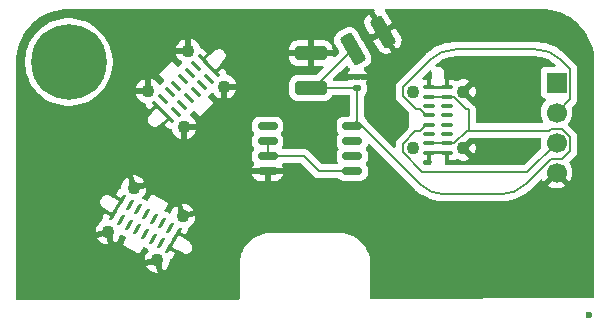
<source format=gbr>
%TF.GenerationSoftware,KiCad,Pcbnew,9.0.6*%
%TF.CreationDate,2025-11-26T03:54:16+08:00*%
%TF.ProjectId,gerber,67657262-6572-42e6-9b69-6361645f7063,rev?*%
%TF.SameCoordinates,Original*%
%TF.FileFunction,Copper,L1,Top*%
%TF.FilePolarity,Positive*%
%FSLAX46Y46*%
G04 Gerber Fmt 4.6, Leading zero omitted, Abs format (unit mm)*
G04 Created by KiCad (PCBNEW 9.0.6) date 2025-11-26 03:54:16*
%MOMM*%
%LPD*%
G01*
G04 APERTURE LIST*
G04 Aperture macros list*
%AMRoundRect*
0 Rectangle with rounded corners*
0 $1 Rounding radius*
0 $2 $3 $4 $5 $6 $7 $8 $9 X,Y pos of 4 corners*
0 Add a 4 corners polygon primitive as box body*
4,1,4,$2,$3,$4,$5,$6,$7,$8,$9,$2,$3,0*
0 Add four circle primitives for the rounded corners*
1,1,$1+$1,$2,$3*
1,1,$1+$1,$4,$5*
1,1,$1+$1,$6,$7*
1,1,$1+$1,$8,$9*
0 Add four rect primitives between the rounded corners*
20,1,$1+$1,$2,$3,$4,$5,0*
20,1,$1+$1,$4,$5,$6,$7,0*
20,1,$1+$1,$6,$7,$8,$9,0*
20,1,$1+$1,$8,$9,$2,$3,0*%
G04 Aperture macros list end*
%TA.AperFunction,ComponentPad*%
%ADD10R,1.700000X1.700000*%
%TD*%
%TA.AperFunction,ComponentPad*%
%ADD11C,1.700000*%
%TD*%
%TA.AperFunction,SMDPad,CuDef*%
%ADD12RoundRect,0.162500X-0.650000X-0.162500X0.650000X-0.162500X0.650000X0.162500X-0.650000X0.162500X0*%
%TD*%
%TA.AperFunction,SMDPad,CuDef*%
%ADD13RoundRect,0.250000X1.100000X-0.325000X1.100000X0.325000X-1.100000X0.325000X-1.100000X-0.325000X0*%
%TD*%
%TA.AperFunction,SMDPad,CuDef*%
%ADD14RoundRect,0.075000X0.425000X-0.075000X0.425000X0.075000X-0.425000X0.075000X-0.425000X-0.075000X0*%
%TD*%
%TA.AperFunction,HeatsinkPad*%
%ADD15C,1.100000*%
%TD*%
%TA.AperFunction,SMDPad,CuDef*%
%ADD16RoundRect,0.250000X0.268542X-1.115128X0.831458X-0.790128X-0.268542X1.115128X-0.831458X0.790128X0*%
%TD*%
%TA.AperFunction,SMDPad,CuDef*%
%ADD17RoundRect,0.075000X0.247487X-0.353553X0.353553X-0.247487X-0.247487X0.353553X-0.353553X0.247487X0*%
%TD*%
%TA.AperFunction,SMDPad,CuDef*%
%ADD18RoundRect,0.075000X-0.277452X-0.330561X-0.147548X-0.405561X0.277452X0.330561X0.147548X0.405561X0*%
%TD*%
%TA.AperFunction,SMDPad,CuDef*%
%ADD19RoundRect,0.140000X0.170000X-0.140000X0.170000X0.140000X-0.170000X0.140000X-0.170000X-0.140000X0*%
%TD*%
%TA.AperFunction,ComponentPad*%
%ADD20C,6.400000*%
%TD*%
%TA.AperFunction,ViaPad*%
%ADD21C,0.600000*%
%TD*%
%TA.AperFunction,Conductor*%
%ADD22C,0.200000*%
%TD*%
G04 APERTURE END LIST*
D10*
%TO.P,J2,1,Pin_1*%
%TO.N,unconnected-(J2-Pin_1-Pad1)*%
X146289340Y-106736194D03*
D11*
%TO.P,J2,2,Pin_2*%
%TO.N,Net-(J2-Pin_2)*%
X146289340Y-109276194D03*
%TO.P,J2,3,Pin_3*%
%TO.N,Net-(J2-Pin_3)*%
X146289340Y-111816194D03*
%TO.P,J2,4,Pin_4*%
%TO.N,GND*%
X146289340Y-114356194D03*
%TD*%
D12*
%TO.P,U1,1,~{CS}*%
%TO.N,unconnected-(U1-~{CS}-Pad1)*%
X121824340Y-110436194D03*
%TO.P,U1,2,DO/IO_{1}*%
%TO.N,Net-(U1-DI{slash}IO_{0})*%
X121824340Y-111706194D03*
%TO.P,U1,3,~{WP}/IO_{2}*%
X121824340Y-112976194D03*
%TO.P,U1,4,GND*%
%TO.N,GND*%
X121824340Y-114246194D03*
%TO.P,U1,5,DI/IO_{0}*%
%TO.N,Net-(U1-DI{slash}IO_{0})*%
X128999340Y-114246194D03*
%TO.P,U1,6,CLK*%
%TO.N,unconnected-(U1-CLK-Pad6)*%
X128999340Y-112976194D03*
%TO.P,U1,7,~{HOLD}/~{RESET}/IO_{3}*%
%TO.N,unconnected-(U1-~{HOLD}{slash}~{RESET}{slash}IO_{3}-Pad7)*%
X128999340Y-111706194D03*
%TO.P,U1,8,VCC*%
%TO.N,/V*%
X128999340Y-110436194D03*
%TD*%
D13*
%TO.P,C2,1*%
%TO.N,/V*%
X125479340Y-107196194D03*
%TO.P,C2,2*%
%TO.N,GND*%
X125479340Y-104246194D03*
%TD*%
D14*
%TO.P,J1,A1,GND*%
%TO.N,GND*%
X135499340Y-112676194D03*
%TO.P,J1,A4,VBUS*%
%TO.N,/V*%
X135499340Y-111886194D03*
%TO.P,J1,A5,CC1*%
%TO.N,unconnected-(J1-CC1-PadA5)*%
X135499340Y-111096194D03*
%TO.P,J1,A6,D+*%
%TO.N,Net-(J2-Pin_3)*%
X135499340Y-110306194D03*
%TO.P,J1,A7,D-*%
%TO.N,Net-(J2-Pin_2)*%
X135499340Y-109516194D03*
%TO.P,J1,A8,SBU1*%
%TO.N,unconnected-(J1-SBU1-PadA8)*%
X135499340Y-108726194D03*
%TO.P,J1,A9,VBUS*%
%TO.N,/V*%
X135499340Y-107936194D03*
%TO.P,J1,A12,GND*%
%TO.N,GND*%
X135499340Y-107146194D03*
%TO.P,J1,B1,GND*%
X137019340Y-107146194D03*
%TO.P,J1,B4,VBUS*%
%TO.N,/V*%
X137019340Y-107936194D03*
%TO.P,J1,B5,CC2*%
%TO.N,unconnected-(J1-CC2-PadB5)*%
X137019340Y-108726194D03*
%TO.P,J1,B6,D+*%
%TO.N,unconnected-(J1-D+-PadB6)*%
X137019340Y-109516194D03*
%TO.P,J1,B7,D-*%
%TO.N,unconnected-(J1-D--PadB7)*%
X137019340Y-110306194D03*
%TO.P,J1,B8,SBU2*%
%TO.N,unconnected-(J1-SBU2-PadB8)*%
X137019340Y-111096194D03*
%TO.P,J1,B9,VBUS*%
%TO.N,/V*%
X137019340Y-111886194D03*
%TO.P,J1,B12,GND*%
%TO.N,GND*%
X137019340Y-112676194D03*
D15*
%TO.P,J1,S1,SHIELD*%
X134109340Y-112296194D03*
X138409340Y-112296194D03*
X134109340Y-107496194D03*
X138409340Y-107496194D03*
%TD*%
D16*
%TO.P,C3,1*%
%TO.N,/V*%
X129030000Y-103900000D03*
%TO.P,C3,2*%
%TO.N,GND*%
X131584774Y-102425000D03*
%TD*%
D17*
%TO.P,J3,A1,GND*%
%TO.N,GND*%
X112425192Y-108680006D03*
%TO.P,J3,A4,VBUS*%
%TO.N,/V*%
X112983806Y-108121391D03*
%TO.P,J3,A5,CC1*%
%TO.N,unconnected-(J3-CC1-PadA5)*%
X113542421Y-107562777D03*
%TO.P,J3,A6,D+*%
%TO.N,unconnected-(J3-D+-PadA6)*%
X114101035Y-107004163D03*
%TO.P,J3,A7,D-*%
%TO.N,unconnected-(J3-D--PadA7)*%
X114659649Y-106445548D03*
%TO.P,J3,A8,SBU1*%
%TO.N,unconnected-(J3-SBU1-PadA8)*%
X115218264Y-105886934D03*
%TO.P,J3,A9,VBUS*%
%TO.N,/V*%
X115776878Y-105328320D03*
%TO.P,J3,A12,GND*%
%TO.N,GND*%
X116335492Y-104769705D03*
%TO.P,J3,B1,GND*%
X117410295Y-105844508D03*
%TO.P,J3,B4,VBUS*%
%TO.N,/V*%
X116851680Y-106403122D03*
%TO.P,J3,B5,CC2*%
%TO.N,unconnected-(J3-CC2-PadB5)*%
X116293066Y-106961736D03*
%TO.P,J3,B6,D+*%
%TO.N,unconnected-(J3-D+-PadB6)*%
X115734452Y-107520351D03*
%TO.P,J3,B7,D-*%
%TO.N,unconnected-(J3-D--PadB7)*%
X115175837Y-108078965D03*
%TO.P,J3,B8,SBU2*%
%TO.N,unconnected-(J3-SBU2-PadB8)*%
X114617223Y-108637579D03*
%TO.P,J3,B9,VBUS*%
%TO.N,/V*%
X114058609Y-109196194D03*
%TO.P,J3,B12,GND*%
%TO.N,GND*%
X113499994Y-109754808D03*
D15*
%TO.P,J3,S1,SHIELD*%
X111711014Y-107428427D03*
X114751573Y-110468986D03*
X115105127Y-104034314D03*
X118145686Y-107074873D03*
%TD*%
D18*
%TO.P,J4,A1,GND*%
%TO.N,GND*%
X109459226Y-116669157D03*
%TO.P,J4,A4,VBUS*%
%TO.N,/V*%
X110143387Y-117064156D03*
%TO.P,J4,A5,CC1*%
%TO.N,unconnected-(J4-CC1-PadA5)*%
X110827547Y-117459157D03*
%TO.P,J4,A6,D+*%
%TO.N,unconnected-(J4-D+-PadA6)*%
X111511706Y-117854158D03*
%TO.P,J4,A7,D-*%
%TO.N,unconnected-(J4-D--PadA7)*%
X112195867Y-118249156D03*
%TO.P,J4,A8,SBU1*%
%TO.N,unconnected-(J4-SBU1-PadA8)*%
X112880027Y-118644157D03*
%TO.P,J4,A9,VBUS*%
%TO.N,/V*%
X113564185Y-119039157D03*
%TO.P,J4,A12,GND*%
%TO.N,GND*%
X114248347Y-119434156D03*
%TO.P,J4,B1,GND*%
X113488346Y-120750516D03*
%TO.P,J4,B4,VBUS*%
%TO.N,/V*%
X112804187Y-120355515D03*
%TO.P,J4,B5,CC2*%
%TO.N,unconnected-(J4-CC2-PadB5)*%
X112120027Y-119960515D03*
%TO.P,J4,B6,D+*%
%TO.N,unconnected-(J4-D+-PadB6)*%
X111435866Y-119565516D03*
%TO.P,J4,B7,D-*%
%TO.N,unconnected-(J4-D--PadB7)*%
X110751706Y-119170515D03*
%TO.P,J4,B8,SBU2*%
%TO.N,unconnected-(J4-SBU2-PadB8)*%
X110067547Y-118775514D03*
%TO.P,J4,B9,VBUS*%
%TO.N,/V*%
X109383386Y-118380516D03*
%TO.P,J4,B12,GND*%
%TO.N,GND*%
X108699226Y-117985515D03*
D15*
%TO.P,J4,S1,SHIELD*%
X110483316Y-115655381D03*
X108333317Y-119379290D03*
X114640237Y-118055382D03*
X112490238Y-121779291D03*
%TD*%
D19*
%TO.P,C1,1*%
%TO.N,/V*%
X129429340Y-107236194D03*
%TO.P,C1,2*%
%TO.N,GND*%
X129429340Y-106276194D03*
%TD*%
D20*
%TO.P,H2,1,1*%
%TO.N,unconnected-(H2-Pad1)*%
X105000000Y-105000000D03*
%TD*%
D21*
%TO.N,*%
X149010000Y-126390000D03*
%TO.N,GND*%
X148980000Y-123810000D03*
%TD*%
D22*
%TO.N,Net-(J2-Pin_2)*%
X134698340Y-108959018D02*
X135255516Y-109516194D01*
X146289340Y-109276194D02*
X147440340Y-108125194D01*
X135597164Y-104804874D02*
X133258340Y-107143698D01*
X144538699Y-103926194D02*
X137718485Y-103926194D01*
X147440340Y-105585194D02*
X146660019Y-104804873D01*
X133258340Y-107143698D02*
X133258340Y-107848690D01*
X134368668Y-108959018D02*
X134698340Y-108959018D01*
X133258340Y-107848690D02*
X134368668Y-108959018D01*
X147440340Y-108125194D02*
X147440340Y-105585194D01*
X135255516Y-109516194D02*
X135499340Y-109516194D01*
X135597164Y-104804874D02*
G75*
G02*
X137718485Y-103926185I2121336J-2121326D01*
G01*
X144538699Y-103926194D02*
G75*
G02*
X146660021Y-104804871I1J-3000006D01*
G01*
%TO.N,Net-(J2-Pin_3)*%
X146289340Y-111816194D02*
X143778340Y-114327194D01*
X134936844Y-114327194D02*
X133258340Y-112648690D01*
X134698340Y-110863370D02*
X135255516Y-110306194D01*
X133258340Y-112648690D02*
X133258340Y-111943698D01*
X133258340Y-111943698D02*
X134338668Y-110863370D01*
X143778340Y-114327194D02*
X134936844Y-114327194D01*
X134338668Y-110863370D02*
X134698340Y-110863370D01*
X135255516Y-110306194D02*
X135499340Y-110306194D01*
%TO.N,/V*%
X135499340Y-107936194D02*
X136618340Y-107936194D01*
X146766100Y-110665194D02*
X147440340Y-111339434D01*
X138860340Y-109054358D02*
X138860340Y-110738030D01*
X138704844Y-110797194D02*
X145680580Y-110797194D01*
X137599340Y-107936194D02*
X138658340Y-108995194D01*
X129030000Y-103900000D02*
X125733806Y-107196194D01*
X146766100Y-113205194D02*
X145812580Y-113205194D01*
X129339340Y-107236194D02*
X129429340Y-107236194D01*
X129299340Y-107196194D02*
X129339340Y-107236194D01*
X136824480Y-116206194D02*
X141568939Y-116206194D01*
X125733806Y-107196194D02*
X125479340Y-107196194D01*
X137019340Y-111886194D02*
X135499340Y-111886194D01*
X138801176Y-108995194D02*
X138860340Y-109054358D01*
X137019340Y-111886194D02*
X137615844Y-111886194D01*
X138658340Y-108995194D02*
X138801176Y-108995194D01*
X145812580Y-113205194D02*
X143690259Y-115327515D01*
X128999340Y-110436194D02*
X129429340Y-110006194D01*
X134703159Y-115327514D02*
X129811839Y-110436194D01*
X138801176Y-110797194D02*
X138704844Y-110797194D01*
X147440340Y-112530954D02*
X146766100Y-113205194D01*
X147440340Y-111339434D02*
X147440340Y-112530954D01*
X145680580Y-110797194D02*
X145812580Y-110665194D01*
X138860340Y-110738030D02*
X138801176Y-110797194D01*
X137019340Y-107936194D02*
X137599340Y-107936194D01*
X145812580Y-110665194D02*
X146766100Y-110665194D01*
X137615844Y-111886194D02*
X138704844Y-110797194D01*
X129429340Y-110006194D02*
X129429340Y-107236194D01*
X129811839Y-110436194D02*
X128999340Y-110436194D01*
X125479340Y-107196194D02*
X129299340Y-107196194D01*
X134703159Y-115327514D02*
G75*
G03*
X136824480Y-116206210I2121341J2121314D01*
G01*
X143690259Y-115327515D02*
G75*
G02*
X141568939Y-116206224I-2121359J2121315D01*
G01*
%TO.N,Net-(U1-DI{slash}IO_{0})*%
X128999340Y-114246194D02*
X126209340Y-114246194D01*
X124939340Y-112976194D02*
X121824340Y-112976194D01*
X121824340Y-111706194D02*
X121824340Y-112976194D01*
X126209340Y-114246194D02*
X124939340Y-112976194D01*
%TD*%
%TA.AperFunction,Conductor*%
%TO.N,GND*%
G36*
X144910144Y-111417379D02*
G01*
X144955899Y-111470183D01*
X144965843Y-111539341D01*
X144965581Y-111541072D01*
X144938840Y-111709907D01*
X144938840Y-111922481D01*
X144950946Y-111998914D01*
X144972094Y-112132438D01*
X144972094Y-112132441D01*
X144985831Y-112174717D01*
X144987826Y-112244558D01*
X144955581Y-112300716D01*
X143565924Y-113690375D01*
X143504601Y-113723860D01*
X143478243Y-113726694D01*
X136963840Y-113726694D01*
X136896801Y-113707009D01*
X136851046Y-113654205D01*
X136841971Y-113625585D01*
X136839840Y-113614239D01*
X136839840Y-113569770D01*
X136811905Y-113465515D01*
X136811035Y-113460882D01*
X136814068Y-113430630D01*
X136814792Y-113400234D01*
X136817573Y-113395670D01*
X136818006Y-113391360D01*
X136827450Y-113379467D01*
X136845223Y-113350309D01*
X136869340Y-113326192D01*
X136869340Y-112826194D01*
X135649340Y-112826194D01*
X135649340Y-113326194D01*
X135673456Y-113350310D01*
X135706941Y-113411633D01*
X135705550Y-113470083D01*
X135678840Y-113569768D01*
X135678840Y-113602694D01*
X135659155Y-113669733D01*
X135606351Y-113715488D01*
X135554840Y-113726694D01*
X135236941Y-113726694D01*
X135207500Y-113718049D01*
X135177514Y-113711526D01*
X135172498Y-113707771D01*
X135169902Y-113707009D01*
X135149260Y-113690375D01*
X134996760Y-113537875D01*
X134963275Y-113476552D01*
X134968259Y-113406860D01*
X135010131Y-113350927D01*
X135075595Y-113326510D01*
X135084441Y-113326194D01*
X135349340Y-113326194D01*
X135349340Y-112800194D01*
X135351890Y-112791508D01*
X135350602Y-112782547D01*
X135361580Y-112758506D01*
X135369025Y-112733155D01*
X135375865Y-112727227D01*
X135379627Y-112718991D01*
X135401861Y-112704701D01*
X135421829Y-112687400D01*
X135432343Y-112685112D01*
X135438405Y-112681217D01*
X135473340Y-112676194D01*
X135499340Y-112676194D01*
X135499340Y-112660694D01*
X135519025Y-112593655D01*
X135571829Y-112547900D01*
X135623340Y-112536694D01*
X135962053Y-112536694D01*
X135962060Y-112536694D01*
X136033757Y-112527254D01*
X136049941Y-112526194D01*
X136468739Y-112526194D01*
X136484922Y-112527254D01*
X136556620Y-112536694D01*
X136556627Y-112536694D01*
X136895340Y-112536694D01*
X136904025Y-112539244D01*
X136912987Y-112537956D01*
X136937027Y-112548934D01*
X136962379Y-112556379D01*
X136968306Y-112563219D01*
X136976543Y-112566981D01*
X136990832Y-112589215D01*
X137008134Y-112609183D01*
X137010421Y-112619697D01*
X137014317Y-112625759D01*
X137019340Y-112660694D01*
X137019340Y-112676194D01*
X137045340Y-112676194D01*
X137112379Y-112695879D01*
X137158134Y-112748683D01*
X137169340Y-112800194D01*
X137169340Y-113326194D01*
X137482023Y-113326194D01*
X137482037Y-113326193D01*
X137594444Y-113311393D01*
X137594448Y-113311392D01*
X137734319Y-113253457D01*
X137734322Y-113253455D01*
X137765161Y-113229791D01*
X137830329Y-113204595D01*
X137898774Y-113218632D01*
X137909536Y-113225061D01*
X137911974Y-113226689D01*
X137911979Y-113226692D01*
X138103065Y-113305843D01*
X138103073Y-113305845D01*
X138305919Y-113346193D01*
X138305923Y-113346194D01*
X138512757Y-113346194D01*
X138512760Y-113346193D01*
X138715606Y-113305845D01*
X138715614Y-113305843D01*
X138906706Y-113226689D01*
X138954406Y-113194815D01*
X138954407Y-113194814D01*
X138405787Y-112646194D01*
X138455418Y-112646194D01*
X138544435Y-112622342D01*
X138624245Y-112576264D01*
X138689410Y-112511099D01*
X138735488Y-112431289D01*
X138759340Y-112342272D01*
X138759340Y-112296193D01*
X138762894Y-112296193D01*
X138762894Y-112296195D01*
X139307960Y-112841261D01*
X139307961Y-112841260D01*
X139339835Y-112793560D01*
X139418989Y-112602468D01*
X139418991Y-112602460D01*
X139459339Y-112399614D01*
X139459340Y-112399611D01*
X139459340Y-112192777D01*
X139459339Y-112192773D01*
X139418991Y-111989927D01*
X139418989Y-111989919D01*
X139339838Y-111798833D01*
X139339835Y-111798827D01*
X139307961Y-111751126D01*
X139307960Y-111751125D01*
X138762894Y-112296193D01*
X138759340Y-112296193D01*
X138759340Y-112250116D01*
X138735488Y-112161099D01*
X138689410Y-112081289D01*
X138624245Y-112016124D01*
X138544435Y-111970046D01*
X138455418Y-111946194D01*
X138405786Y-111946194D01*
X138917967Y-111434013D01*
X138979290Y-111400528D01*
X139005648Y-111397694D01*
X144843105Y-111397694D01*
X144910144Y-111417379D01*
G37*
%TD.AperFunction*%
%TA.AperFunction,Conductor*%
G36*
X144542171Y-104526889D02*
G01*
X144800412Y-104541390D01*
X144814215Y-104542946D01*
X145065779Y-104585688D01*
X145079322Y-104588779D01*
X145202520Y-104624272D01*
X145324512Y-104659417D01*
X145337637Y-104664009D01*
X145573376Y-104761656D01*
X145585890Y-104767682D01*
X145734658Y-104849903D01*
X145809215Y-104891109D01*
X145820989Y-104898507D01*
X145848741Y-104918198D01*
X146029093Y-105046164D01*
X146039953Y-105054826D01*
X146039956Y-105054828D01*
X146167977Y-105169235D01*
X146204848Y-105228584D01*
X146203779Y-105298445D01*
X146165109Y-105356638D01*
X146101117Y-105384688D01*
X146085350Y-105385694D01*
X145391469Y-105385694D01*
X145391463Y-105385695D01*
X145331856Y-105392102D01*
X145197011Y-105442396D01*
X145197004Y-105442400D01*
X145081795Y-105528646D01*
X145081792Y-105528649D01*
X144995546Y-105643858D01*
X144995542Y-105643865D01*
X144945248Y-105778711D01*
X144938841Y-105838310D01*
X144938840Y-105838329D01*
X144938840Y-107634064D01*
X144938841Y-107634070D01*
X144945248Y-107693677D01*
X144995542Y-107828522D01*
X144995546Y-107828529D01*
X145081792Y-107943738D01*
X145081795Y-107943741D01*
X145197004Y-108029987D01*
X145197011Y-108029991D01*
X145328422Y-108079004D01*
X145384356Y-108120875D01*
X145408773Y-108186339D01*
X145393922Y-108254612D01*
X145372771Y-108282867D01*
X145259229Y-108396409D01*
X145134291Y-108568373D01*
X145037784Y-108757779D01*
X144972093Y-108959954D01*
X144938840Y-109169907D01*
X144938840Y-109382480D01*
X144969377Y-109575286D01*
X144972094Y-109592437D01*
X145024851Y-109754807D01*
X145037784Y-109794608D01*
X145134289Y-109984010D01*
X145145767Y-109999808D01*
X145169247Y-110065615D01*
X145153422Y-110133669D01*
X145103316Y-110182364D01*
X145045449Y-110196694D01*
X139584840Y-110196694D01*
X139517801Y-110177009D01*
X139472046Y-110124205D01*
X139460840Y-110072694D01*
X139460840Y-109143418D01*
X139460841Y-109143405D01*
X139460841Y-108975302D01*
X139456729Y-108959956D01*
X139419917Y-108822574D01*
X139362138Y-108722497D01*
X139340864Y-108685648D01*
X139340858Y-108685640D01*
X139169893Y-108514675D01*
X139169892Y-108514674D01*
X139083080Y-108464554D01*
X139032961Y-108435617D01*
X139002934Y-108427571D01*
X138993038Y-108422942D01*
X138978793Y-108410369D01*
X138957896Y-108398304D01*
X138405786Y-107846194D01*
X138455418Y-107846194D01*
X138544435Y-107822342D01*
X138624245Y-107776264D01*
X138689410Y-107711099D01*
X138735488Y-107631289D01*
X138759340Y-107542272D01*
X138759340Y-107496193D01*
X138762894Y-107496193D01*
X138762894Y-107496195D01*
X139307960Y-108041261D01*
X139307961Y-108041260D01*
X139339835Y-107993560D01*
X139418989Y-107802468D01*
X139418991Y-107802460D01*
X139459339Y-107599614D01*
X139459340Y-107599611D01*
X139459340Y-107392777D01*
X139459339Y-107392773D01*
X139418991Y-107189927D01*
X139418989Y-107189919D01*
X139339838Y-106998833D01*
X139339835Y-106998827D01*
X139307961Y-106951126D01*
X139307960Y-106951125D01*
X138762894Y-107496193D01*
X138759340Y-107496193D01*
X138759340Y-107450116D01*
X138735488Y-107361099D01*
X138689410Y-107281289D01*
X138624245Y-107216124D01*
X138544435Y-107170046D01*
X138455418Y-107146194D01*
X138405784Y-107146194D01*
X138954407Y-106597571D01*
X138906699Y-106565694D01*
X138715614Y-106486544D01*
X138715606Y-106486542D01*
X138512760Y-106446194D01*
X138305919Y-106446194D01*
X138103073Y-106486542D01*
X138103065Y-106486544D01*
X137911977Y-106565696D01*
X137888640Y-106581289D01*
X137821962Y-106602166D01*
X137754583Y-106583680D01*
X137744265Y-106576562D01*
X137734320Y-106568931D01*
X137734321Y-106568931D01*
X137594448Y-106510995D01*
X137594444Y-106510994D01*
X137482037Y-106496194D01*
X137169340Y-106496194D01*
X137169340Y-107022194D01*
X137166789Y-107030879D01*
X137168078Y-107039841D01*
X137157099Y-107063881D01*
X137149655Y-107089233D01*
X137142814Y-107095160D01*
X137139053Y-107103397D01*
X137116818Y-107117686D01*
X137096851Y-107134988D01*
X137086336Y-107137275D01*
X137080275Y-107141171D01*
X137045340Y-107146194D01*
X137019340Y-107146194D01*
X137019340Y-107161694D01*
X136999655Y-107228733D01*
X136946851Y-107274488D01*
X136895340Y-107285694D01*
X136556612Y-107285694D01*
X136495492Y-107293741D01*
X136484922Y-107295133D01*
X136468739Y-107296194D01*
X136049941Y-107296194D01*
X136033757Y-107295133D01*
X136021926Y-107293575D01*
X135962067Y-107285694D01*
X135962060Y-107285694D01*
X135623340Y-107285694D01*
X135614654Y-107283143D01*
X135605693Y-107284432D01*
X135581652Y-107273453D01*
X135556301Y-107266009D01*
X135550373Y-107259168D01*
X135542137Y-107255407D01*
X135527847Y-107233172D01*
X135510546Y-107213205D01*
X135508258Y-107202690D01*
X135504363Y-107196629D01*
X135499340Y-107161694D01*
X135499340Y-107146194D01*
X135473340Y-107146194D01*
X135406301Y-107126509D01*
X135360546Y-107073705D01*
X135349340Y-107022194D01*
X135349340Y-106496194D01*
X135054440Y-106496194D01*
X134987401Y-106476509D01*
X134941646Y-106423705D01*
X134931702Y-106354547D01*
X134960727Y-106290991D01*
X134966738Y-106284534D01*
X135513352Y-105737921D01*
X135574674Y-105704437D01*
X135644366Y-105709421D01*
X135700299Y-105751293D01*
X135724716Y-105816757D01*
X135720807Y-105857695D01*
X135718840Y-105865034D01*
X135718840Y-106375332D01*
X135699155Y-106442371D01*
X135682521Y-106463013D01*
X135649340Y-106496194D01*
X135649340Y-106996194D01*
X136869340Y-106996194D01*
X136869340Y-106496194D01*
X136836159Y-106463013D01*
X136802674Y-106401690D01*
X136799840Y-106375332D01*
X136799840Y-105865038D01*
X136799840Y-105865036D01*
X136763006Y-105727569D01*
X136691848Y-105604319D01*
X136591215Y-105503686D01*
X136591214Y-105503685D01*
X136591211Y-105503683D01*
X136467967Y-105432529D01*
X136467966Y-105432528D01*
X136467965Y-105432528D01*
X136330498Y-105395694D01*
X136188182Y-105395694D01*
X136188177Y-105395694D01*
X136187923Y-105395763D01*
X136187700Y-105395757D01*
X136180126Y-105396755D01*
X136180054Y-105396209D01*
X136175367Y-105398437D01*
X136146840Y-105394780D01*
X136118073Y-105394092D01*
X136112607Y-105390391D01*
X136106064Y-105389553D01*
X136084036Y-105371048D01*
X136060216Y-105354922D01*
X136057619Y-105348857D01*
X136052566Y-105344612D01*
X136044039Y-105317134D01*
X136032719Y-105290690D01*
X136033814Y-105284181D01*
X136031859Y-105277881D01*
X136039539Y-105250160D01*
X136044314Y-105221789D01*
X136049188Y-105215335D01*
X136050515Y-105210548D01*
X136073208Y-105183533D01*
X136217249Y-105054810D01*
X136228092Y-105046164D01*
X136436200Y-104898503D01*
X136447958Y-104891114D01*
X136671302Y-104767675D01*
X136683795Y-104761658D01*
X136919565Y-104663998D01*
X136932650Y-104659419D01*
X137177877Y-104588769D01*
X137191397Y-104585684D01*
X137442973Y-104542938D01*
X137456771Y-104541384D01*
X137714856Y-104526888D01*
X137721809Y-104526694D01*
X144465785Y-104526694D01*
X144535219Y-104526694D01*
X144542171Y-104526889D01*
G37*
%TD.AperFunction*%
%TA.AperFunction,Conductor*%
G36*
X130834600Y-100520185D02*
G01*
X130880355Y-100572989D01*
X130890299Y-100642147D01*
X130887336Y-100656593D01*
X130876280Y-100697853D01*
X131676279Y-102083493D01*
X131676280Y-102083493D01*
X132390749Y-101670994D01*
X132390749Y-101670993D01*
X131940767Y-100891601D01*
X131940765Y-100891596D01*
X131880315Y-100807881D01*
X131880310Y-100807875D01*
X131778341Y-100717131D01*
X131741346Y-100657859D01*
X131742270Y-100587995D01*
X131780818Y-100529722D01*
X131844752Y-100501540D01*
X131860775Y-100500500D01*
X144934108Y-100500500D01*
X144997294Y-100500500D01*
X145002702Y-100500617D01*
X145386771Y-100517386D01*
X145397506Y-100518326D01*
X145775971Y-100568152D01*
X145786597Y-100570025D01*
X146159284Y-100652648D01*
X146169710Y-100655442D01*
X146533765Y-100770227D01*
X146543911Y-100773920D01*
X146896578Y-100920000D01*
X146906369Y-100924566D01*
X147187263Y-101070790D01*
X147244942Y-101100816D01*
X147254310Y-101106224D01*
X147576244Y-101311318D01*
X147585105Y-101317523D01*
X147887930Y-101549889D01*
X147896217Y-101556843D01*
X148177635Y-101814715D01*
X148185284Y-101822364D01*
X148443156Y-102103782D01*
X148450110Y-102112069D01*
X148682476Y-102414894D01*
X148688681Y-102423755D01*
X148893775Y-102745689D01*
X148899183Y-102755057D01*
X149075430Y-103093623D01*
X149080002Y-103103427D01*
X149226075Y-103456078D01*
X149229775Y-103466244D01*
X149344554Y-103830278D01*
X149347354Y-103840727D01*
X149429971Y-104213389D01*
X149431849Y-104224042D01*
X149481671Y-104602473D01*
X149482614Y-104613249D01*
X149499382Y-104997297D01*
X149499500Y-105002706D01*
X149499500Y-124891874D01*
X149479815Y-124958913D01*
X149427011Y-125004668D01*
X149375895Y-125015873D01*
X130624895Y-125075612D01*
X130557793Y-125056141D01*
X130511870Y-125003484D01*
X130500500Y-124951613D01*
X130500500Y-121848745D01*
X130488308Y-121748342D01*
X130464037Y-121548449D01*
X130391643Y-121254734D01*
X130391642Y-121254731D01*
X130391641Y-121254727D01*
X130284371Y-120971882D01*
X130143793Y-120704035D01*
X130143787Y-120704026D01*
X130140120Y-120698714D01*
X130059082Y-120581309D01*
X129971952Y-120455078D01*
X129971947Y-120455072D01*
X129771353Y-120228648D01*
X129771351Y-120228646D01*
X129544927Y-120028052D01*
X129544921Y-120028047D01*
X129295973Y-119856212D01*
X129295964Y-119856206D01*
X129028117Y-119715628D01*
X128745272Y-119608358D01*
X128629820Y-119579902D01*
X128451551Y-119535963D01*
X128271371Y-119514085D01*
X128151254Y-119499500D01*
X128151252Y-119499500D01*
X128065892Y-119499500D01*
X122065892Y-119499500D01*
X122000000Y-119499500D01*
X121848748Y-119499500D01*
X121848746Y-119499500D01*
X121726159Y-119514385D01*
X121548449Y-119535963D01*
X121429602Y-119565255D01*
X121254727Y-119608358D01*
X120971882Y-119715628D01*
X120704035Y-119856206D01*
X120704026Y-119856212D01*
X120455078Y-120028047D01*
X120455072Y-120028052D01*
X120228648Y-120228646D01*
X120228646Y-120228648D01*
X120028052Y-120455072D01*
X120028047Y-120455078D01*
X119856212Y-120704026D01*
X119856206Y-120704035D01*
X119715628Y-120971882D01*
X119608358Y-121254727D01*
X119578200Y-121377085D01*
X119535963Y-121548449D01*
X119528401Y-121610727D01*
X119499500Y-121848745D01*
X119499500Y-124987452D01*
X119479815Y-125054491D01*
X119427011Y-125100246D01*
X119375895Y-125111451D01*
X100624895Y-125171190D01*
X100557793Y-125151719D01*
X100511870Y-125099062D01*
X100500500Y-125047191D01*
X100500500Y-122285797D01*
X111565851Y-122285797D01*
X111674650Y-122448629D01*
X111820898Y-122594877D01*
X111820902Y-122594880D01*
X111992869Y-122709785D01*
X111992879Y-122709790D01*
X112183963Y-122788940D01*
X112183971Y-122788942D01*
X112386817Y-122829290D01*
X112386821Y-122829291D01*
X112512766Y-122829291D01*
X112512765Y-122829290D01*
X112313459Y-122085477D01*
X111565851Y-122285797D01*
X100500500Y-122285797D01*
X100500500Y-119885796D01*
X107408930Y-119885796D01*
X107517729Y-120048628D01*
X107663977Y-120194876D01*
X107663981Y-120194879D01*
X107835948Y-120309784D01*
X107835958Y-120309789D01*
X108027042Y-120388939D01*
X108027050Y-120388941D01*
X108229896Y-120429289D01*
X108229900Y-120429290D01*
X108355845Y-120429290D01*
X108355844Y-120429289D01*
X108156538Y-119685476D01*
X107408930Y-119885796D01*
X100500500Y-119885796D01*
X100500500Y-119275869D01*
X107283317Y-119275869D01*
X107283317Y-119401816D01*
X108031985Y-119201210D01*
X108007169Y-119244195D01*
X107983317Y-119333212D01*
X107983317Y-119425368D01*
X108007169Y-119514385D01*
X108053247Y-119594195D01*
X108118412Y-119659360D01*
X108198222Y-119705438D01*
X108287239Y-119729290D01*
X108379395Y-119729290D01*
X108468412Y-119705438D01*
X108548222Y-119659360D01*
X108613387Y-119594195D01*
X108638202Y-119551212D01*
X108839823Y-120303675D01*
X109002657Y-120194875D01*
X109148903Y-120048629D01*
X109148906Y-120048625D01*
X109263811Y-119876658D01*
X109263816Y-119876648D01*
X109345298Y-119679936D01*
X109346977Y-119680631D01*
X109380583Y-119629338D01*
X109444391Y-119600873D01*
X109513460Y-119611424D01*
X109522959Y-119616374D01*
X109664907Y-119698328D01*
X109664923Y-119698336D01*
X109734814Y-119727285D01*
X109769764Y-119741762D01*
X109773314Y-119742229D01*
X109776086Y-119743455D01*
X109777614Y-119743865D01*
X109777550Y-119744103D01*
X109837209Y-119770492D01*
X109875682Y-119828815D01*
X109876517Y-119898680D01*
X109864518Y-119927168D01*
X109543957Y-120482399D01*
X109543957Y-120482400D01*
X110929597Y-121282399D01*
X111245586Y-120735089D01*
X111296152Y-120686875D01*
X111364759Y-120673652D01*
X111428457Y-120698714D01*
X111432122Y-120701526D01*
X111432123Y-120701527D01*
X111522159Y-120770613D01*
X111522165Y-120770616D01*
X111522168Y-120770619D01*
X111694017Y-120869836D01*
X111742233Y-120920403D01*
X111755456Y-120989010D01*
X111729487Y-121053875D01*
X111719699Y-121064903D01*
X111674652Y-121109950D01*
X111674648Y-121109955D01*
X111559743Y-121281922D01*
X111559738Y-121281932D01*
X111480588Y-121473016D01*
X111480586Y-121473024D01*
X111440238Y-121675870D01*
X111440238Y-121801817D01*
X112188906Y-121601211D01*
X112164090Y-121644196D01*
X112140238Y-121733213D01*
X112140238Y-121825369D01*
X112164090Y-121914386D01*
X112210168Y-121994196D01*
X112275333Y-122059361D01*
X112355143Y-122105439D01*
X112444160Y-122129291D01*
X112536316Y-122129291D01*
X112625333Y-122105439D01*
X112705143Y-122059361D01*
X112770308Y-121994196D01*
X112795123Y-121951213D01*
X112996744Y-122703676D01*
X113159578Y-122594876D01*
X113305824Y-122448630D01*
X113305827Y-122448626D01*
X113420732Y-122276659D01*
X113420737Y-122276649D01*
X113499887Y-122085565D01*
X113499889Y-122085557D01*
X113540237Y-121882711D01*
X113540238Y-121882708D01*
X113540238Y-121778695D01*
X113559923Y-121711656D01*
X113612727Y-121665901D01*
X113616790Y-121664132D01*
X113630779Y-121658337D01*
X113750892Y-121566171D01*
X113819921Y-121476211D01*
X113976261Y-121205420D01*
X113976261Y-121205419D01*
X113520732Y-120942419D01*
X113514484Y-120935867D01*
X113506079Y-120932502D01*
X113490750Y-120910975D01*
X113472516Y-120891852D01*
X113470802Y-120882961D01*
X113465551Y-120875587D01*
X113464294Y-120849194D01*
X113459293Y-120823245D01*
X113462570Y-120812992D01*
X113462228Y-120805797D01*
X113475345Y-120773031D01*
X113488344Y-120750514D01*
X113474922Y-120742765D01*
X113429961Y-120695611D01*
X113693249Y-120695611D01*
X114126262Y-120945611D01*
X114171589Y-120933466D01*
X114241439Y-120935129D01*
X114265683Y-120945854D01*
X114707607Y-121200999D01*
X114707608Y-121201000D01*
X114707610Y-121201000D01*
X114707611Y-121201001D01*
X114845078Y-121237836D01*
X114845080Y-121237836D01*
X114987392Y-121237836D01*
X114987394Y-121237836D01*
X115124862Y-121201002D01*
X115248111Y-121129844D01*
X115348744Y-121029211D01*
X115419902Y-120905962D01*
X115456737Y-120768495D01*
X115456737Y-120626178D01*
X115419903Y-120488711D01*
X115348744Y-120365461D01*
X115286959Y-120303675D01*
X115248114Y-120264829D01*
X114806182Y-120009678D01*
X114757966Y-119959111D01*
X114748407Y-119934384D01*
X114736262Y-119889059D01*
X114303249Y-119639059D01*
X113813251Y-120487765D01*
X113693249Y-120695611D01*
X113429961Y-120695611D01*
X113426707Y-120692198D01*
X113413485Y-120623590D01*
X113429536Y-120573379D01*
X113598897Y-120280038D01*
X113626582Y-120213199D01*
X113633748Y-120198669D01*
X113843144Y-119835985D01*
X113852142Y-119822517D01*
X113896175Y-119765134D01*
X114065537Y-119471789D01*
X114116102Y-119423577D01*
X114184709Y-119410353D01*
X114234921Y-119426404D01*
X114248346Y-119434155D01*
X114261347Y-119411638D01*
X114311914Y-119363422D01*
X114380521Y-119350199D01*
X114430734Y-119366251D01*
X114886263Y-119629251D01*
X114886264Y-119629251D01*
X115042605Y-119358461D01*
X115042609Y-119358452D01*
X115085999Y-119253697D01*
X115105760Y-119103596D01*
X115104155Y-119091403D01*
X115114919Y-119022367D01*
X115158204Y-118972111D01*
X115309575Y-118870969D01*
X115455823Y-118724721D01*
X115455826Y-118724717D01*
X115570731Y-118552750D01*
X115570736Y-118552740D01*
X115649886Y-118361656D01*
X115649888Y-118361648D01*
X115690236Y-118158802D01*
X115690237Y-118158799D01*
X115690237Y-118032854D01*
X115690236Y-118032854D01*
X114941569Y-118233459D01*
X114966385Y-118190477D01*
X114990237Y-118101460D01*
X114990237Y-118009304D01*
X114966385Y-117920287D01*
X114920307Y-117840477D01*
X114855142Y-117775312D01*
X114775332Y-117729234D01*
X114686315Y-117705382D01*
X114594159Y-117705382D01*
X114505142Y-117729234D01*
X114425332Y-117775312D01*
X114360167Y-117840477D01*
X114335350Y-117883459D01*
X114133729Y-117130995D01*
X114133728Y-117130994D01*
X113970900Y-117239792D01*
X113824650Y-117386042D01*
X113824647Y-117386046D01*
X113709742Y-117558013D01*
X113709737Y-117558023D01*
X113628256Y-117754736D01*
X113626584Y-117754043D01*
X113592932Y-117805365D01*
X113529112Y-117833804D01*
X113460048Y-117823225D01*
X113450594Y-117818296D01*
X113282666Y-117721342D01*
X113282654Y-117721337D01*
X113173543Y-117676141D01*
X113119140Y-117632300D01*
X113097075Y-117566006D01*
X113113608Y-117499581D01*
X113398934Y-117005382D01*
X114617709Y-117005382D01*
X114817014Y-117749194D01*
X115564622Y-117548874D01*
X115455822Y-117386041D01*
X115309576Y-117239795D01*
X115309572Y-117239792D01*
X115137605Y-117124887D01*
X115137595Y-117124882D01*
X114946511Y-117045732D01*
X114946503Y-117045730D01*
X114743657Y-117005382D01*
X114617709Y-117005382D01*
X113398934Y-117005382D01*
X113429597Y-116952272D01*
X113429595Y-116952271D01*
X113429596Y-116952271D01*
X112043957Y-116152273D01*
X112043956Y-116152273D01*
X111723395Y-116707501D01*
X111672828Y-116755717D01*
X111604221Y-116768940D01*
X111539356Y-116742972D01*
X111517635Y-116720991D01*
X111515450Y-116718144D01*
X111495709Y-116702997D01*
X111425415Y-116649059D01*
X111425409Y-116649055D01*
X111425405Y-116649052D01*
X111279536Y-116564835D01*
X111231320Y-116514268D01*
X111218098Y-116445661D01*
X111244066Y-116380796D01*
X111253856Y-116369766D01*
X111298902Y-116324720D01*
X111298905Y-116324716D01*
X111413810Y-116152749D01*
X111413815Y-116152739D01*
X111492965Y-115961655D01*
X111492967Y-115961647D01*
X111533315Y-115758801D01*
X111533316Y-115758798D01*
X111533316Y-115632853D01*
X111533315Y-115632853D01*
X110784648Y-115833458D01*
X110809464Y-115790476D01*
X110833316Y-115701459D01*
X110833316Y-115609303D01*
X110809464Y-115520286D01*
X110763386Y-115440476D01*
X110698221Y-115375311D01*
X110618411Y-115329233D01*
X110529394Y-115305381D01*
X110437238Y-115305381D01*
X110348221Y-115329233D01*
X110268411Y-115375311D01*
X110203246Y-115440476D01*
X110178429Y-115483458D01*
X109976808Y-114730994D01*
X109976807Y-114730993D01*
X109813979Y-114839791D01*
X109667729Y-114986041D01*
X109667726Y-114986045D01*
X109552821Y-115158012D01*
X109552816Y-115158022D01*
X109473666Y-115349106D01*
X109473664Y-115349114D01*
X109433316Y-115551960D01*
X109433316Y-115630214D01*
X109413631Y-115697253D01*
X109360827Y-115743008D01*
X109356770Y-115744775D01*
X109316793Y-115761334D01*
X109196679Y-115853501D01*
X109127655Y-115943455D01*
X109127649Y-115943463D01*
X108971309Y-116214251D01*
X108971309Y-116214252D01*
X109426839Y-116477253D01*
X109433086Y-116483805D01*
X109441491Y-116487170D01*
X109456817Y-116508693D01*
X109475055Y-116527820D01*
X109476768Y-116536710D01*
X109482019Y-116544084D01*
X109483276Y-116570476D01*
X109488278Y-116596427D01*
X109485001Y-116606677D01*
X109485344Y-116613874D01*
X109472226Y-116646640D01*
X109459225Y-116669156D01*
X109472647Y-116676905D01*
X109520863Y-116727472D01*
X109534087Y-116796079D01*
X109518035Y-116846292D01*
X109348682Y-117139622D01*
X109348676Y-117139634D01*
X109321001Y-117206447D01*
X109313827Y-117220993D01*
X109104430Y-117583679D01*
X109095420Y-117597164D01*
X109051401Y-117654531D01*
X109051396Y-117654539D01*
X108882035Y-117947878D01*
X108875483Y-117954124D01*
X108872119Y-117962529D01*
X108850591Y-117977857D01*
X108831467Y-117996093D01*
X108822578Y-117997806D01*
X108815204Y-118003057D01*
X108788805Y-118004314D01*
X108762860Y-118009315D01*
X108752611Y-118006039D01*
X108745414Y-118006382D01*
X108712648Y-117993264D01*
X108699225Y-117985514D01*
X108686225Y-118008032D01*
X108635657Y-118056247D01*
X108567050Y-118069469D01*
X108516838Y-118053418D01*
X108061308Y-117790418D01*
X108061307Y-117790418D01*
X107904967Y-118061209D01*
X107904963Y-118061218D01*
X107861573Y-118165973D01*
X107841812Y-118316075D01*
X107841812Y-118316077D01*
X107847333Y-118358015D01*
X107836567Y-118427051D01*
X107793285Y-118477302D01*
X107663981Y-118563700D01*
X107663977Y-118563703D01*
X107517730Y-118709950D01*
X107517727Y-118709954D01*
X107402822Y-118881921D01*
X107402817Y-118881931D01*
X107323667Y-119073015D01*
X107323665Y-119073023D01*
X107283317Y-119275869D01*
X100500500Y-119275869D01*
X100500500Y-116765912D01*
X107658682Y-116765912D01*
X107658682Y-116918760D01*
X107698242Y-117066401D01*
X107774666Y-117198771D01*
X107882747Y-117306852D01*
X108015117Y-117383276D01*
X108114802Y-117409986D01*
X108174460Y-117446350D01*
X108202482Y-117497666D01*
X108211309Y-117530610D01*
X108644321Y-117780609D01*
X109134322Y-116931906D01*
X109254320Y-116724058D01*
X108821307Y-116474059D01*
X108788363Y-116482887D01*
X108718514Y-116481224D01*
X108668590Y-116450793D01*
X108595619Y-116377822D01*
X108595617Y-116377820D01*
X108463247Y-116301396D01*
X108315606Y-116261836D01*
X108162758Y-116261836D01*
X108015117Y-116301396D01*
X108015114Y-116301397D01*
X107882750Y-116377818D01*
X107882744Y-116377822D01*
X107774668Y-116485898D01*
X107774664Y-116485904D01*
X107698243Y-116618268D01*
X107698242Y-116618271D01*
X107658682Y-116765912D01*
X100500500Y-116765912D01*
X100500500Y-114605381D01*
X110460788Y-114605381D01*
X110660093Y-115349193D01*
X111407701Y-115148873D01*
X111298901Y-114986040D01*
X111152655Y-114839794D01*
X111152651Y-114839791D01*
X110980684Y-114724886D01*
X110980674Y-114724881D01*
X110789590Y-114645731D01*
X110789582Y-114645729D01*
X110586736Y-114605381D01*
X110460788Y-114605381D01*
X100500500Y-114605381D01*
X100500500Y-114496194D01*
X120514925Y-114496194D01*
X120517904Y-114528986D01*
X120517907Y-114528996D01*
X120565767Y-114682586D01*
X120649003Y-114820274D01*
X120762759Y-114934030D01*
X120900443Y-115017264D01*
X121054047Y-115065128D01*
X121120797Y-115071194D01*
X121574340Y-115071194D01*
X122074340Y-115071194D01*
X122527883Y-115071194D01*
X122594632Y-115065128D01*
X122748236Y-115017264D01*
X122885920Y-114934030D01*
X122999676Y-114820274D01*
X123082912Y-114682586D01*
X123130772Y-114528996D01*
X123130775Y-114528986D01*
X123133754Y-114496194D01*
X122074340Y-114496194D01*
X122074340Y-115071194D01*
X121574340Y-115071194D01*
X121574340Y-114496194D01*
X120514925Y-114496194D01*
X100500500Y-114496194D01*
X100500500Y-109826876D01*
X111696200Y-109826876D01*
X111696200Y-109979724D01*
X111734914Y-110124205D01*
X111735760Y-110127364D01*
X111735761Y-110127367D01*
X111744693Y-110142838D01*
X111812184Y-110259735D01*
X111920265Y-110367816D01*
X112052635Y-110444240D01*
X112200276Y-110483800D01*
X112200278Y-110483800D01*
X112353122Y-110483800D01*
X112353124Y-110483800D01*
X112500765Y-110444240D01*
X112633135Y-110367816D01*
X112741216Y-110259735D01*
X112792816Y-110170360D01*
X112843383Y-110122145D01*
X112900203Y-110108361D01*
X112934308Y-110108361D01*
X113287861Y-109754807D01*
X113118157Y-109585103D01*
X112425191Y-108892136D01*
X112071638Y-109245690D01*
X112071638Y-109279796D01*
X112051953Y-109346835D01*
X112009639Y-109387182D01*
X111920271Y-109438779D01*
X111920262Y-109438786D01*
X111812186Y-109546862D01*
X111812182Y-109546868D01*
X111735761Y-109679232D01*
X111735760Y-109679235D01*
X111696200Y-109826876D01*
X100500500Y-109826876D01*
X100500500Y-105002706D01*
X100500618Y-104997297D01*
X100503643Y-104928013D01*
X100508437Y-104818206D01*
X101299500Y-104818206D01*
X101299500Y-105181794D01*
X101309584Y-105284181D01*
X101335137Y-105543630D01*
X101406064Y-105900212D01*
X101406067Y-105900223D01*
X101511614Y-106248165D01*
X101598759Y-106458551D01*
X101637407Y-106551857D01*
X101650754Y-106584078D01*
X101650756Y-106584083D01*
X101822140Y-106904720D01*
X101822151Y-106904738D01*
X102024140Y-107207035D01*
X102024150Y-107207049D01*
X102254807Y-107488106D01*
X102511893Y-107745192D01*
X102511898Y-107745196D01*
X102511899Y-107745197D01*
X102792956Y-107975854D01*
X103095268Y-108177853D01*
X103095277Y-108177858D01*
X103095279Y-108177859D01*
X103415916Y-108349243D01*
X103415918Y-108349243D01*
X103415924Y-108349247D01*
X103751836Y-108488386D01*
X104099767Y-108593930D01*
X104099773Y-108593931D01*
X104099776Y-108593932D01*
X104099787Y-108593935D01*
X104418256Y-108657281D01*
X104456369Y-108664862D01*
X104818206Y-108700500D01*
X104818209Y-108700500D01*
X105181791Y-108700500D01*
X105181794Y-108700500D01*
X105543631Y-108664862D01*
X105618177Y-108650034D01*
X105900212Y-108593935D01*
X105900223Y-108593932D01*
X105900223Y-108593931D01*
X105900233Y-108593930D01*
X106248164Y-108488386D01*
X106584076Y-108349247D01*
X106904732Y-108177853D01*
X107207044Y-107975854D01*
X107488101Y-107745197D01*
X107554871Y-107678427D01*
X110690171Y-107678427D01*
X110701364Y-107734701D01*
X110701365Y-107734703D01*
X110780514Y-107925785D01*
X110780519Y-107925795D01*
X110895424Y-108097762D01*
X110895427Y-108097766D01*
X111041674Y-108244013D01*
X111041678Y-108244016D01*
X111213645Y-108358921D01*
X111213655Y-108358926D01*
X111404737Y-108438075D01*
X111404745Y-108438078D01*
X111407611Y-108438648D01*
X111408973Y-108439360D01*
X111410570Y-108439845D01*
X111410478Y-108440147D01*
X111469524Y-108471030D01*
X111504100Y-108531744D01*
X111506364Y-108544081D01*
X111511437Y-108582622D01*
X111511438Y-108582624D01*
X111569375Y-108722497D01*
X111569377Y-108722500D01*
X111638399Y-108812452D01*
X111638405Y-108812459D01*
X111859505Y-109033559D01*
X111859506Y-109033559D01*
X112231444Y-108661620D01*
X112239389Y-108657281D01*
X112244815Y-108650034D01*
X112269574Y-108640799D01*
X112292767Y-108628135D01*
X112301796Y-108628780D01*
X112310279Y-108625617D01*
X112336099Y-108631233D01*
X112362458Y-108633119D01*
X112371511Y-108638937D01*
X112378552Y-108640469D01*
X112406806Y-108661620D01*
X112425191Y-108680005D01*
X112436152Y-108669045D01*
X112497475Y-108635560D01*
X112567167Y-108640544D01*
X112611514Y-108669045D01*
X112851020Y-108908552D01*
X112851026Y-108908557D01*
X112908397Y-108952579D01*
X112920592Y-108963274D01*
X113216721Y-109259403D01*
X113218058Y-109261241D01*
X113219101Y-109261849D01*
X113227415Y-109271597D01*
X113271440Y-109328970D01*
X113271447Y-109328979D01*
X113510954Y-109568485D01*
X113544439Y-109629808D01*
X113539455Y-109699499D01*
X113510953Y-109743849D01*
X113499993Y-109754808D01*
X113518379Y-109773194D01*
X113551864Y-109834518D01*
X113546878Y-109904209D01*
X113518378Y-109948555D01*
X113146440Y-110320492D01*
X113146440Y-110320493D01*
X113367541Y-110541595D01*
X113367547Y-110541600D01*
X113457499Y-110610622D01*
X113457502Y-110610624D01*
X113597375Y-110668561D01*
X113597384Y-110668563D01*
X113635916Y-110673636D01*
X113699813Y-110701901D01*
X113738285Y-110760225D01*
X113741349Y-110772378D01*
X113741920Y-110775251D01*
X113741923Y-110775260D01*
X113821073Y-110966344D01*
X113821078Y-110966354D01*
X113935983Y-111138321D01*
X113935986Y-111138325D01*
X114082233Y-111284572D01*
X114082237Y-111284575D01*
X114254204Y-111399480D01*
X114254214Y-111399485D01*
X114445296Y-111478634D01*
X114445298Y-111478635D01*
X114501573Y-111489828D01*
X115001573Y-111489828D01*
X115057847Y-111478635D01*
X115057849Y-111478634D01*
X115248931Y-111399485D01*
X115248941Y-111399480D01*
X115420908Y-111284575D01*
X115420912Y-111284572D01*
X115567159Y-111138325D01*
X115567162Y-111138321D01*
X115682067Y-110966354D01*
X115682072Y-110966344D01*
X115761221Y-110775262D01*
X115761222Y-110775260D01*
X115772416Y-110718986D01*
X115001573Y-110718986D01*
X115001573Y-111489828D01*
X114501573Y-111489828D01*
X114501573Y-110713961D01*
X114536668Y-110749056D01*
X114616478Y-110795134D01*
X114705495Y-110818986D01*
X114797651Y-110818986D01*
X114886668Y-110795134D01*
X114966478Y-110749056D01*
X115031643Y-110683891D01*
X115077721Y-110604081D01*
X115101573Y-110515064D01*
X115101573Y-110422908D01*
X115077721Y-110333891D01*
X115031643Y-110254081D01*
X114997667Y-110220105D01*
X120511340Y-110220105D01*
X120511340Y-110652292D01*
X120517408Y-110719076D01*
X120517411Y-110719087D01*
X120565307Y-110872793D01*
X120646465Y-111007044D01*
X120664301Y-111074599D01*
X120646465Y-111135344D01*
X120565309Y-111269591D01*
X120517409Y-111423310D01*
X120511340Y-111490105D01*
X120511340Y-111922292D01*
X120517408Y-111989076D01*
X120517411Y-111989087D01*
X120565307Y-112142793D01*
X120646465Y-112277044D01*
X120664301Y-112344599D01*
X120646465Y-112405344D01*
X120565309Y-112539591D01*
X120517409Y-112693310D01*
X120511340Y-112760105D01*
X120511340Y-113192292D01*
X120517408Y-113259076D01*
X120517411Y-113259087D01*
X120565307Y-113412792D01*
X120565308Y-113412793D01*
X120565309Y-113412796D01*
X120646758Y-113547529D01*
X120664594Y-113615081D01*
X120646758Y-113675827D01*
X120565767Y-113809801D01*
X120517907Y-113963391D01*
X120517904Y-113963401D01*
X120514925Y-113996193D01*
X120514925Y-113996194D01*
X123133755Y-113996194D01*
X123133754Y-113996193D01*
X123130775Y-113963401D01*
X123130772Y-113963391D01*
X123082912Y-113809800D01*
X123055735Y-113764844D01*
X123037899Y-113697289D01*
X123059417Y-113630815D01*
X123113457Y-113586528D01*
X123161852Y-113576694D01*
X124639243Y-113576694D01*
X124706282Y-113596379D01*
X124726924Y-113613013D01*
X125724479Y-114610568D01*
X125724489Y-114610579D01*
X125728819Y-114614909D01*
X125728820Y-114614910D01*
X125840624Y-114726714D01*
X125925814Y-114775898D01*
X125925815Y-114775899D01*
X125977549Y-114805768D01*
X125977550Y-114805768D01*
X125977555Y-114805771D01*
X126130282Y-114846694D01*
X126130283Y-114846694D01*
X127798354Y-114846694D01*
X127865393Y-114866379D01*
X127886036Y-114883014D01*
X127937447Y-114934426D01*
X127937448Y-114934427D01*
X127937450Y-114934428D01*
X127937452Y-114934430D01*
X128075238Y-115017725D01*
X128228953Y-115065624D01*
X128295749Y-115071694D01*
X129702930Y-115071693D01*
X129702937Y-115071693D01*
X129769722Y-115065625D01*
X129769725Y-115065624D01*
X129769727Y-115065624D01*
X129923442Y-115017725D01*
X130061228Y-114934430D01*
X130175076Y-114820582D01*
X130258371Y-114682796D01*
X130306270Y-114529081D01*
X130312340Y-114462285D01*
X130312339Y-114030104D01*
X130312339Y-114030095D01*
X130306271Y-113963311D01*
X130306268Y-113963300D01*
X130258372Y-113809595D01*
X130258371Y-113809594D01*
X130258371Y-113809592D01*
X130177213Y-113675341D01*
X130159378Y-113607790D01*
X130177213Y-113547046D01*
X130258371Y-113412796D01*
X130306270Y-113259081D01*
X130312340Y-113192285D01*
X130312339Y-112760104D01*
X130312339Y-112760103D01*
X130312339Y-112760095D01*
X130306271Y-112693311D01*
X130306268Y-112693300D01*
X130258372Y-112539595D01*
X130258371Y-112539594D01*
X130258371Y-112539592D01*
X130177213Y-112405341D01*
X130159378Y-112337790D01*
X130177213Y-112277046D01*
X130258371Y-112142796D01*
X130294954Y-112025395D01*
X130333688Y-111967252D01*
X130397713Y-111939277D01*
X130466698Y-111950358D01*
X130501018Y-111974608D01*
X134340058Y-115813648D01*
X134340228Y-115813797D01*
X134403623Y-115877192D01*
X134677083Y-116101618D01*
X134677087Y-116101620D01*
X134677091Y-116101624D01*
X134758316Y-116155897D01*
X134971224Y-116298159D01*
X135283213Y-116464923D01*
X135456519Y-116536710D01*
X135610052Y-116600307D01*
X135948569Y-116702997D01*
X135948571Y-116702997D01*
X135948573Y-116702998D01*
X136295527Y-116772014D01*
X136295528Y-116772014D01*
X136295537Y-116772016D01*
X136647595Y-116806693D01*
X136730981Y-116806693D01*
X136730989Y-116806694D01*
X136745423Y-116806694D01*
X136824476Y-116806694D01*
X136897390Y-116806694D01*
X141496033Y-116806694D01*
X141517556Y-116806694D01*
X141517658Y-116806723D01*
X141568947Y-116806722D01*
X141568947Y-116806723D01*
X141745829Y-116806721D01*
X142097888Y-116772041D01*
X142444853Y-116703021D01*
X142783383Y-116600325D01*
X143110216Y-116464942D01*
X143422206Y-116298175D01*
X143422214Y-116298169D01*
X143422217Y-116298168D01*
X143635134Y-116155897D01*
X143716347Y-116101631D01*
X143989808Y-115877203D01*
X144114881Y-115752128D01*
X144115877Y-115753124D01*
X144115885Y-115753112D01*
X144114891Y-115752118D01*
X144321479Y-115545530D01*
X144902158Y-114964850D01*
X144963477Y-114931368D01*
X145033168Y-114936352D01*
X145089102Y-114978223D01*
X145100320Y-114996240D01*
X145134713Y-115063741D01*
X145174068Y-115117910D01*
X145806376Y-114485601D01*
X145823415Y-114549187D01*
X145889241Y-114663201D01*
X145982333Y-114756293D01*
X146096347Y-114822119D01*
X146159930Y-114839156D01*
X145527622Y-115471463D01*
X145527622Y-115471464D01*
X145581789Y-115510818D01*
X145771122Y-115607289D01*
X145973210Y-115672951D01*
X146183094Y-115706194D01*
X146395586Y-115706194D01*
X146605467Y-115672951D01*
X146605470Y-115672951D01*
X146807557Y-115607289D01*
X146996894Y-115510816D01*
X147051056Y-115471464D01*
X147051057Y-115471464D01*
X146418748Y-114839156D01*
X146482333Y-114822119D01*
X146596347Y-114756293D01*
X146689439Y-114663201D01*
X146755265Y-114549187D01*
X146772302Y-114485603D01*
X147404610Y-115117911D01*
X147404610Y-115117910D01*
X147443962Y-115063748D01*
X147540435Y-114874411D01*
X147606097Y-114672324D01*
X147606097Y-114672321D01*
X147639340Y-114462440D01*
X147639340Y-114249947D01*
X147606097Y-114040066D01*
X147606097Y-114040063D01*
X147540435Y-113837976D01*
X147443960Y-113648636D01*
X147391721Y-113576734D01*
X147368241Y-113510928D01*
X147384067Y-113442874D01*
X147404351Y-113416176D01*
X147798846Y-113021682D01*
X147798851Y-113021678D01*
X147809054Y-113011474D01*
X147809056Y-113011474D01*
X147920860Y-112899670D01*
X147999917Y-112762738D01*
X148040840Y-112610011D01*
X148040840Y-111260377D01*
X148039566Y-111255624D01*
X148028867Y-111215694D01*
X147999917Y-111107650D01*
X147976904Y-111067790D01*
X147920864Y-110970724D01*
X147920861Y-110970720D01*
X147920860Y-110970718D01*
X147809056Y-110858914D01*
X147809055Y-110858913D01*
X147804725Y-110854583D01*
X147804714Y-110854573D01*
X147300466Y-110350325D01*
X147266981Y-110289002D01*
X147271965Y-110219310D01*
X147300466Y-110174963D01*
X147319444Y-110155986D01*
X147319446Y-110155982D01*
X147319449Y-110155980D01*
X147444388Y-109984014D01*
X147444387Y-109984014D01*
X147444391Y-109984010D01*
X147540897Y-109794606D01*
X147606586Y-109592437D01*
X147639840Y-109382481D01*
X147639840Y-109169907D01*
X147606586Y-108959951D01*
X147592846Y-108917667D01*
X147592412Y-108902456D01*
X147587094Y-108888197D01*
X147591435Y-108868241D01*
X147590852Y-108847829D01*
X147598939Y-108833742D01*
X147601946Y-108819924D01*
X147623094Y-108791673D01*
X147798846Y-108615922D01*
X147798851Y-108615918D01*
X147809054Y-108605714D01*
X147809056Y-108605714D01*
X147920860Y-108493910D01*
X147978142Y-108394694D01*
X147999917Y-108356979D01*
X148040841Y-108204251D01*
X148040841Y-108046136D01*
X148040841Y-108038541D01*
X148040840Y-108038523D01*
X148040840Y-105674254D01*
X148040841Y-105674241D01*
X148040841Y-105506138D01*
X148040841Y-105506137D01*
X147999917Y-105353410D01*
X147999610Y-105352878D01*
X147920864Y-105216484D01*
X147920858Y-105216476D01*
X147120956Y-104416574D01*
X147120955Y-104416572D01*
X147084636Y-104380253D01*
X147084637Y-104380253D01*
X146959563Y-104255179D01*
X146686101Y-104030756D01*
X146686095Y-104030752D01*
X146391964Y-103834220D01*
X146391959Y-103834217D01*
X146391958Y-103834216D01*
X146391953Y-103834213D01*
X146391946Y-103834209D01*
X146079974Y-103667458D01*
X146079967Y-103667454D01*
X146079953Y-103667448D01*
X145753138Y-103532077D01*
X145414594Y-103429381D01*
X145414583Y-103429378D01*
X145067638Y-103360368D01*
X144802483Y-103334253D01*
X144715580Y-103325694D01*
X144715577Y-103325694D01*
X137769853Y-103325694D01*
X137769822Y-103325685D01*
X137541604Y-103325685D01*
X137189541Y-103360363D01*
X137189529Y-103360365D01*
X136842582Y-103429379D01*
X136842579Y-103429379D01*
X136504041Y-103532074D01*
X136177213Y-103667453D01*
X135865226Y-103834215D01*
X135865216Y-103834221D01*
X135571089Y-104030752D01*
X135571075Y-104030762D01*
X135297619Y-104255182D01*
X135279694Y-104273108D01*
X135228448Y-104324354D01*
X132777821Y-106774980D01*
X132777819Y-106774982D01*
X132762888Y-106800845D01*
X132747512Y-106827478D01*
X132728816Y-106859860D01*
X132702906Y-106904738D01*
X132698763Y-106911913D01*
X132657839Y-107064641D01*
X132657839Y-107064643D01*
X132657839Y-107232744D01*
X132657840Y-107232757D01*
X132657840Y-107762020D01*
X132657839Y-107762038D01*
X132657839Y-107927744D01*
X132657838Y-107927744D01*
X132698763Y-108080476D01*
X132710321Y-108100493D01*
X132710322Y-108100498D01*
X132710323Y-108100498D01*
X132777815Y-108217399D01*
X132777821Y-108217407D01*
X132896689Y-108336275D01*
X132896695Y-108336280D01*
X133723021Y-109162606D01*
X133756506Y-109223929D01*
X133759340Y-109250287D01*
X133759340Y-110542100D01*
X133739655Y-110609139D01*
X133723021Y-110629781D01*
X132777821Y-111574980D01*
X132777819Y-111574983D01*
X132747710Y-111627135D01*
X132747709Y-111627137D01*
X132698763Y-111711912D01*
X132698763Y-111711913D01*
X132657839Y-111864641D01*
X132657839Y-111864643D01*
X132657839Y-112032744D01*
X132657840Y-112032757D01*
X132657840Y-112133598D01*
X132638155Y-112200637D01*
X132585351Y-112246392D01*
X132516193Y-112256336D01*
X132452637Y-112227311D01*
X132446159Y-112221279D01*
X130299429Y-110074549D01*
X130299427Y-110074546D01*
X130295327Y-110070446D01*
X130293254Y-110067016D01*
X130283936Y-110055651D01*
X130283934Y-110055648D01*
X130285678Y-110054485D01*
X130264622Y-110019654D01*
X130258371Y-109999592D01*
X130175076Y-109861806D01*
X130175074Y-109861804D01*
X130175073Y-109861802D01*
X130066159Y-109752888D01*
X130032674Y-109691565D01*
X130029840Y-109665207D01*
X130029840Y-107902860D01*
X130049525Y-107835821D01*
X130066160Y-107815178D01*
X130109452Y-107771886D01*
X130109457Y-107771881D01*
X130191834Y-107632589D01*
X130236983Y-107477187D01*
X130239840Y-107440884D01*
X130239840Y-107031504D01*
X130236983Y-106995201D01*
X130223523Y-106948873D01*
X130191835Y-106839803D01*
X130191834Y-106839799D01*
X130184547Y-106827478D01*
X130179429Y-106818824D01*
X130162246Y-106751103D01*
X130179431Y-106692578D01*
X130191372Y-106672388D01*
X130233844Y-106526194D01*
X129927692Y-106526194D01*
X129864573Y-106508926D01*
X129855735Y-106503700D01*
X129855733Y-106503699D01*
X129855729Y-106503697D01*
X129700337Y-106458551D01*
X129700331Y-106458550D01*
X129664037Y-106455694D01*
X129664030Y-106455694D01*
X129194650Y-106455694D01*
X129194642Y-106455694D01*
X129158348Y-106458550D01*
X129158342Y-106458551D01*
X129002950Y-106503697D01*
X129002945Y-106503700D01*
X128994106Y-106508926D01*
X128930988Y-106526194D01*
X128624835Y-106526194D01*
X128609855Y-106546146D01*
X128553862Y-106587937D01*
X128510694Y-106595694D01*
X127482902Y-106595694D01*
X127415863Y-106576009D01*
X127370108Y-106523205D01*
X127360164Y-106454047D01*
X127389189Y-106390491D01*
X127395221Y-106384013D01*
X127916342Y-105862892D01*
X128439254Y-105339979D01*
X128500575Y-105306496D01*
X128570267Y-105311480D01*
X128626200Y-105353352D01*
X128634320Y-105365661D01*
X128652273Y-105396755D01*
X128673595Y-105433686D01*
X128703838Y-105475570D01*
X128734081Y-105517453D01*
X128762305Y-105542570D01*
X128799299Y-105601842D01*
X128798376Y-105671706D01*
X128767554Y-105722881D01*
X128749626Y-105740808D01*
X128749618Y-105740819D01*
X128667308Y-105879998D01*
X128624836Y-106026194D01*
X130233844Y-106026194D01*
X130191371Y-105879998D01*
X130109061Y-105740819D01*
X130109054Y-105740810D01*
X130015993Y-105647749D01*
X129982508Y-105586426D01*
X129987492Y-105516734D01*
X130029364Y-105460801D01*
X130041655Y-105452693D01*
X130280016Y-105315075D01*
X130363784Y-105254587D01*
X130480417Y-105123527D01*
X130563682Y-104969104D01*
X130609090Y-104799640D01*
X130614192Y-104624272D01*
X130614191Y-104624271D01*
X130614192Y-104624269D01*
X130578715Y-104452455D01*
X130578714Y-104452452D01*
X130552620Y-104394301D01*
X130536415Y-104358187D01*
X130536409Y-104358176D01*
X129901524Y-103258524D01*
X129855613Y-103179004D01*
X130778797Y-103179004D01*
X130778797Y-103179005D01*
X131228780Y-103958398D01*
X131228782Y-103958403D01*
X131289232Y-104042118D01*
X131289237Y-104042124D01*
X131420202Y-104158673D01*
X131574522Y-104241882D01*
X131743877Y-104287262D01*
X131919129Y-104292360D01*
X132090830Y-104256906D01*
X132090832Y-104256906D01*
X132185019Y-104214642D01*
X132185033Y-104214635D01*
X132293266Y-104152145D01*
X131493267Y-102766505D01*
X131493266Y-102766505D01*
X130778797Y-103179004D01*
X129855613Y-103179004D01*
X129489807Y-102545412D01*
X129386405Y-102366314D01*
X129325918Y-102282546D01*
X129194858Y-102165914D01*
X129040434Y-102082648D01*
X128984334Y-102067616D01*
X128870967Y-102037239D01*
X128695600Y-102032138D01*
X128523786Y-102067615D01*
X128488401Y-102083493D01*
X128429517Y-102109915D01*
X128429514Y-102109916D01*
X128429511Y-102109918D01*
X128429503Y-102109922D01*
X127779995Y-102484918D01*
X127779990Y-102484920D01*
X127696217Y-102545412D01*
X127696211Y-102545417D01*
X127579583Y-102676472D01*
X127496318Y-102830895D01*
X127450909Y-103000362D01*
X127445807Y-103175730D01*
X127481284Y-103347544D01*
X127481285Y-103347547D01*
X127523576Y-103441794D01*
X127523588Y-103441819D01*
X127884263Y-104066525D01*
X127900736Y-104134425D01*
X127877883Y-104200452D01*
X127864557Y-104216206D01*
X127541021Y-104539742D01*
X127479698Y-104573227D01*
X127410006Y-104568243D01*
X127354073Y-104526371D01*
X127350834Y-104517688D01*
X127329340Y-104496194D01*
X125729340Y-104496194D01*
X125729340Y-105321193D01*
X126460208Y-105321193D01*
X126527247Y-105340878D01*
X126573002Y-105393682D01*
X126582946Y-105462840D01*
X126553921Y-105526396D01*
X126547889Y-105532874D01*
X125996388Y-106084375D01*
X125935065Y-106117860D01*
X125908707Y-106120694D01*
X124329338Y-106120694D01*
X124329321Y-106120695D01*
X124226543Y-106131194D01*
X124226540Y-106131195D01*
X124060008Y-106186379D01*
X124060003Y-106186381D01*
X123910682Y-106278483D01*
X123786629Y-106402536D01*
X123694527Y-106551857D01*
X123694525Y-106551862D01*
X123682571Y-106587937D01*
X123639341Y-106718397D01*
X123639341Y-106718398D01*
X123639340Y-106718398D01*
X123628840Y-106821177D01*
X123628840Y-107571195D01*
X123628841Y-107571213D01*
X123639340Y-107673990D01*
X123639341Y-107673993D01*
X123694525Y-107840525D01*
X123694527Y-107840530D01*
X123725325Y-107890462D01*
X123786628Y-107989850D01*
X123910684Y-108113906D01*
X124060006Y-108206008D01*
X124226543Y-108261193D01*
X124329331Y-108271694D01*
X126629348Y-108271693D01*
X126732137Y-108261193D01*
X126898674Y-108206008D01*
X127047996Y-108113906D01*
X127172052Y-107989850D01*
X127254859Y-107855596D01*
X127306807Y-107808873D01*
X127360398Y-107796694D01*
X128704840Y-107796694D01*
X128771879Y-107816379D01*
X128817634Y-107869183D01*
X128828840Y-107920694D01*
X128828840Y-109486694D01*
X128809155Y-109553733D01*
X128756351Y-109599488D01*
X128704840Y-109610694D01*
X128295741Y-109610694D01*
X128228957Y-109616762D01*
X128228946Y-109616765D01*
X128075241Y-109664661D01*
X127937448Y-109747960D01*
X127823606Y-109861802D01*
X127740309Y-109999591D01*
X127692409Y-110153310D01*
X127686340Y-110220105D01*
X127686340Y-110652292D01*
X127692408Y-110719076D01*
X127692411Y-110719087D01*
X127740307Y-110872793D01*
X127821465Y-111007044D01*
X127839301Y-111074599D01*
X127821465Y-111135344D01*
X127740309Y-111269591D01*
X127692409Y-111423310D01*
X127686340Y-111490105D01*
X127686340Y-111922292D01*
X127692408Y-111989076D01*
X127692411Y-111989087D01*
X127740307Y-112142793D01*
X127821465Y-112277044D01*
X127839301Y-112344599D01*
X127821465Y-112405344D01*
X127740309Y-112539591D01*
X127692409Y-112693310D01*
X127686340Y-112760105D01*
X127686340Y-113192292D01*
X127692408Y-113259076D01*
X127692411Y-113259087D01*
X127740307Y-113412793D01*
X127740308Y-113412795D01*
X127767360Y-113457543D01*
X127785197Y-113525098D01*
X127763680Y-113591572D01*
X127709640Y-113635860D01*
X127661244Y-113645694D01*
X126509437Y-113645694D01*
X126442398Y-113626009D01*
X126421756Y-113609375D01*
X125426930Y-112614549D01*
X125426928Y-112614546D01*
X125308057Y-112495675D01*
X125308049Y-112495669D01*
X125184289Y-112424217D01*
X125184286Y-112424216D01*
X125171125Y-112416617D01*
X125018397Y-112375693D01*
X124860283Y-112375693D01*
X124852687Y-112375693D01*
X124852671Y-112375694D01*
X123162436Y-112375694D01*
X123095397Y-112356009D01*
X123049642Y-112303205D01*
X123039698Y-112234047D01*
X123056320Y-112187543D01*
X123083371Y-112142796D01*
X123131270Y-111989081D01*
X123137340Y-111922285D01*
X123137339Y-111490104D01*
X123137339Y-111490103D01*
X123137339Y-111490095D01*
X123131271Y-111423311D01*
X123131268Y-111423300D01*
X123083372Y-111269595D01*
X123083371Y-111269594D01*
X123083371Y-111269592D01*
X123002213Y-111135341D01*
X122984378Y-111067790D01*
X123002213Y-111007046D01*
X123083371Y-110872796D01*
X123131270Y-110719081D01*
X123137340Y-110652285D01*
X123137339Y-110220104D01*
X123137339Y-110220103D01*
X123137339Y-110220095D01*
X123131271Y-110153311D01*
X123131268Y-110153300D01*
X123083372Y-109999595D01*
X123083371Y-109999594D01*
X123083371Y-109999592D01*
X123000076Y-109861806D01*
X123000074Y-109861804D01*
X123000073Y-109861802D01*
X122886231Y-109747960D01*
X122862996Y-109733914D01*
X122748442Y-109664663D01*
X122594727Y-109616764D01*
X122594725Y-109616763D01*
X122594723Y-109616763D01*
X122547957Y-109612513D01*
X122527931Y-109610694D01*
X122527928Y-109610694D01*
X121120741Y-109610694D01*
X121053957Y-109616762D01*
X121053946Y-109616765D01*
X120900241Y-109664661D01*
X120762448Y-109747960D01*
X120648606Y-109861802D01*
X120565309Y-109999591D01*
X120517409Y-110153310D01*
X120511340Y-110220105D01*
X114997667Y-110220105D01*
X114996548Y-110218986D01*
X115772416Y-110218986D01*
X115761222Y-110162711D01*
X115761221Y-110162709D01*
X115682072Y-109971627D01*
X115682067Y-109971617D01*
X115567162Y-109799650D01*
X115567159Y-109799646D01*
X115420912Y-109653399D01*
X115420908Y-109653396D01*
X115304009Y-109575286D01*
X115259204Y-109521674D01*
X115250497Y-109452349D01*
X115280652Y-109389321D01*
X115285200Y-109384521D01*
X115404388Y-109265334D01*
X115473475Y-109175299D01*
X115474845Y-109171992D01*
X115476747Y-109169631D01*
X115477539Y-109168260D01*
X115477752Y-109168383D01*
X115518684Y-109117587D01*
X115584977Y-109095520D01*
X115652677Y-109112797D01*
X115677088Y-109131760D01*
X116130432Y-109585102D01*
X116130433Y-109585102D01*
X117261802Y-108453733D01*
X117261802Y-108453731D01*
X116814927Y-108006855D01*
X116781442Y-107945532D01*
X116786426Y-107875840D01*
X116827122Y-107820798D01*
X116830781Y-107817989D01*
X116830786Y-107817988D01*
X116920821Y-107748901D01*
X117061204Y-107608517D01*
X117122525Y-107575034D01*
X117192217Y-107580018D01*
X117248151Y-107621889D01*
X117251986Y-107627309D01*
X117330096Y-107744208D01*
X117330099Y-107744212D01*
X117476346Y-107890459D01*
X117476350Y-107890462D01*
X117648317Y-108005367D01*
X117648327Y-108005372D01*
X117839409Y-108084521D01*
X117839411Y-108084522D01*
X117895686Y-108095715D01*
X118395686Y-108095715D01*
X118451960Y-108084522D01*
X118451962Y-108084521D01*
X118643044Y-108005372D01*
X118643054Y-108005367D01*
X118815021Y-107890462D01*
X118815025Y-107890459D01*
X118961272Y-107744212D01*
X118961275Y-107744208D01*
X119076180Y-107572241D01*
X119076185Y-107572231D01*
X119155334Y-107381149D01*
X119155335Y-107381147D01*
X119166529Y-107324873D01*
X118395686Y-107324873D01*
X118395686Y-108095715D01*
X117895686Y-108095715D01*
X117895686Y-107319848D01*
X117930781Y-107354943D01*
X118010591Y-107401021D01*
X118099608Y-107424873D01*
X118191764Y-107424873D01*
X118280781Y-107401021D01*
X118360591Y-107354943D01*
X118425756Y-107289778D01*
X118471834Y-107209968D01*
X118495686Y-107120951D01*
X118495686Y-107028795D01*
X118471834Y-106939778D01*
X118425756Y-106859968D01*
X118390661Y-106824873D01*
X119166529Y-106824873D01*
X119155335Y-106768598D01*
X119155334Y-106768596D01*
X119076185Y-106577514D01*
X119076180Y-106577504D01*
X118961275Y-106405537D01*
X118961272Y-106405533D01*
X118815025Y-106259286D01*
X118815021Y-106259283D01*
X118643054Y-106144378D01*
X118643044Y-106144373D01*
X118451960Y-106065223D01*
X118451952Y-106065221D01*
X118424433Y-106059747D01*
X118362522Y-106027362D01*
X118327948Y-105966646D01*
X118325684Y-105954312D01*
X118324049Y-105941891D01*
X118324048Y-105941889D01*
X118266111Y-105802016D01*
X118266109Y-105802013D01*
X118197087Y-105712061D01*
X118197082Y-105712055D01*
X117975980Y-105490954D01*
X117975979Y-105490954D01*
X117604042Y-105862892D01*
X117596097Y-105867229D01*
X117590673Y-105874477D01*
X117565910Y-105883713D01*
X117542719Y-105896377D01*
X117533690Y-105895731D01*
X117525209Y-105898895D01*
X117499386Y-105893278D01*
X117473028Y-105891393D01*
X117463975Y-105885575D01*
X117456936Y-105884044D01*
X117428681Y-105862893D01*
X117410295Y-105844507D01*
X117399336Y-105855467D01*
X117338013Y-105888953D01*
X117268321Y-105883970D01*
X117223972Y-105855468D01*
X116984465Y-105615960D01*
X116984456Y-105615953D01*
X116927083Y-105571928D01*
X116914889Y-105561234D01*
X116618761Y-105265106D01*
X116608066Y-105252911D01*
X116564044Y-105195540D01*
X116564039Y-105195534D01*
X116324531Y-104956027D01*
X116320192Y-104948081D01*
X116312945Y-104942656D01*
X116303710Y-104917896D01*
X116291046Y-104894704D01*
X116291691Y-104885674D01*
X116288528Y-104877192D01*
X116294144Y-104851371D01*
X116296030Y-104825013D01*
X116301848Y-104815959D01*
X116303380Y-104808919D01*
X116324531Y-104780665D01*
X116335491Y-104769704D01*
X116547622Y-104769704D01*
X116717330Y-104939411D01*
X117410294Y-105632375D01*
X117763848Y-105278822D01*
X117763848Y-105231897D01*
X117783533Y-105164858D01*
X117800167Y-105144216D01*
X117976587Y-104967796D01*
X118161000Y-104783383D01*
X118232158Y-104660133D01*
X118242596Y-104621180D01*
X123629341Y-104621180D01*
X123639834Y-104723891D01*
X123694981Y-104890313D01*
X123694983Y-104890318D01*
X123787024Y-105039539D01*
X123910994Y-105163509D01*
X124060215Y-105255550D01*
X124060220Y-105255552D01*
X124226642Y-105310699D01*
X124226649Y-105310700D01*
X124329359Y-105321193D01*
X125229339Y-105321193D01*
X125229340Y-105321192D01*
X125229340Y-104496194D01*
X123629341Y-104496194D01*
X123629341Y-104621180D01*
X118242596Y-104621180D01*
X118268993Y-104522666D01*
X118268993Y-104380350D01*
X118232158Y-104242882D01*
X118223192Y-104227353D01*
X118161002Y-104119636D01*
X118160997Y-104119630D01*
X118060369Y-104019002D01*
X118060367Y-104019000D01*
X117997861Y-103982912D01*
X117984928Y-103975445D01*
X117937118Y-103947842D01*
X117799650Y-103911007D01*
X117657334Y-103911007D01*
X117588600Y-103929424D01*
X117519865Y-103947842D01*
X117519864Y-103947843D01*
X117396620Y-104018997D01*
X117396615Y-104019001D01*
X117035784Y-104379832D01*
X116974461Y-104413317D01*
X116948103Y-104416151D01*
X116901176Y-104416151D01*
X116547622Y-104769704D01*
X116335491Y-104769704D01*
X116317106Y-104751319D01*
X116283621Y-104689996D01*
X116288605Y-104620304D01*
X116317106Y-104575957D01*
X116689045Y-104204018D01*
X116467945Y-103982918D01*
X116467938Y-103982912D01*
X116377986Y-103913890D01*
X116377983Y-103913888D01*
X116274941Y-103871207D01*
X123629340Y-103871207D01*
X123629340Y-103996194D01*
X125229340Y-103996194D01*
X125729340Y-103996194D01*
X127329339Y-103996194D01*
X127329339Y-103871222D01*
X127329338Y-103871207D01*
X127318845Y-103768496D01*
X127263698Y-103602074D01*
X127263696Y-103602069D01*
X127171655Y-103452848D01*
X127047685Y-103328878D01*
X126898464Y-103236837D01*
X126898459Y-103236835D01*
X126732037Y-103181688D01*
X126732030Y-103181687D01*
X126629326Y-103171194D01*
X125729340Y-103171194D01*
X125729340Y-103996194D01*
X125229340Y-103996194D01*
X125229340Y-103171194D01*
X124329368Y-103171194D01*
X124329352Y-103171195D01*
X124226642Y-103181688D01*
X124060220Y-103236835D01*
X124060215Y-103236837D01*
X123910994Y-103328878D01*
X123787024Y-103452848D01*
X123694983Y-103602069D01*
X123694981Y-103602074D01*
X123639834Y-103768496D01*
X123639833Y-103768503D01*
X123629340Y-103871207D01*
X116274941Y-103871207D01*
X116238109Y-103855951D01*
X116225682Y-103854315D01*
X116161786Y-103826048D01*
X116123316Y-103767723D01*
X116120251Y-103755565D01*
X116114776Y-103728040D01*
X116114775Y-103728037D01*
X116035626Y-103536955D01*
X116035621Y-103536945D01*
X115920716Y-103364978D01*
X115920713Y-103364974D01*
X115774466Y-103218727D01*
X115774462Y-103218724D01*
X115602495Y-103103819D01*
X115602485Y-103103814D01*
X115411399Y-103024663D01*
X115411394Y-103024661D01*
X115355127Y-103013469D01*
X115355127Y-103789339D01*
X115320032Y-103754244D01*
X115240222Y-103708166D01*
X115151205Y-103684314D01*
X115059049Y-103684314D01*
X114970032Y-103708166D01*
X114890222Y-103754244D01*
X114825057Y-103819409D01*
X114778979Y-103899219D01*
X114755127Y-103988236D01*
X114755127Y-104080392D01*
X114778979Y-104169409D01*
X114825057Y-104249219D01*
X114860152Y-104284314D01*
X114084284Y-104284314D01*
X114095477Y-104340588D01*
X114095478Y-104340590D01*
X114174627Y-104531672D01*
X114174632Y-104531682D01*
X114289537Y-104703649D01*
X114289540Y-104703653D01*
X114435787Y-104849900D01*
X114435791Y-104849903D01*
X114552690Y-104928013D01*
X114597495Y-104981625D01*
X114606202Y-105050950D01*
X114576048Y-105113978D01*
X114571481Y-105118796D01*
X114431099Y-105259178D01*
X114359200Y-105352878D01*
X114302772Y-105394081D01*
X114233026Y-105398235D01*
X114173144Y-105365072D01*
X113726268Y-104918198D01*
X113726267Y-104918198D01*
X112594898Y-106049567D01*
X112594898Y-106049568D01*
X113048239Y-106502911D01*
X113081724Y-106564234D01*
X113076740Y-106633926D01*
X113034868Y-106689859D01*
X113008020Y-106705149D01*
X113004706Y-106706521D01*
X113004699Y-106706525D01*
X112914665Y-106775612D01*
X112795496Y-106894781D01*
X112734173Y-106928265D01*
X112664481Y-106923281D01*
X112608548Y-106881409D01*
X112604713Y-106875990D01*
X112526603Y-106759091D01*
X112526600Y-106759087D01*
X112380353Y-106612840D01*
X112380349Y-106612837D01*
X112208382Y-106497932D01*
X112208372Y-106497927D01*
X112017286Y-106418776D01*
X112017281Y-106418774D01*
X111961014Y-106407582D01*
X111961014Y-107183452D01*
X111925919Y-107148357D01*
X111846109Y-107102279D01*
X111757092Y-107078427D01*
X111664936Y-107078427D01*
X111575919Y-107102279D01*
X111496109Y-107148357D01*
X111430944Y-107213522D01*
X111384866Y-107293332D01*
X111361014Y-107382349D01*
X111361014Y-107474505D01*
X111384866Y-107563522D01*
X111430944Y-107643332D01*
X111466039Y-107678427D01*
X110690171Y-107678427D01*
X107554871Y-107678427D01*
X107566077Y-107667221D01*
X107675884Y-107557415D01*
X107745192Y-107488106D01*
X107745197Y-107488101D01*
X107975854Y-107207044D01*
X107994976Y-107178427D01*
X110690171Y-107178427D01*
X111461014Y-107178427D01*
X111461014Y-106407583D01*
X111461013Y-106407582D01*
X111404746Y-106418774D01*
X111404741Y-106418776D01*
X111213655Y-106497927D01*
X111213645Y-106497932D01*
X111041678Y-106612837D01*
X111041674Y-106612840D01*
X110895427Y-106759087D01*
X110895424Y-106759091D01*
X110780519Y-106931058D01*
X110780514Y-106931068D01*
X110701365Y-107122150D01*
X110701364Y-107122152D01*
X110690171Y-107178427D01*
X107994976Y-107178427D01*
X108024001Y-107134988D01*
X108064168Y-107074873D01*
X108177853Y-106904732D01*
X108349247Y-106584076D01*
X108488386Y-106248164D01*
X108593930Y-105900233D01*
X108593932Y-105900223D01*
X108593935Y-105900212D01*
X108659233Y-105571928D01*
X108664862Y-105543631D01*
X108700500Y-105181794D01*
X108700500Y-104818206D01*
X108664862Y-104456369D01*
X108656450Y-104414080D01*
X108593935Y-104099787D01*
X108593932Y-104099776D01*
X108593931Y-104099773D01*
X108593930Y-104099767D01*
X108498238Y-103784314D01*
X114084284Y-103784314D01*
X114855127Y-103784314D01*
X114855127Y-103013470D01*
X114855126Y-103013469D01*
X114798859Y-103024661D01*
X114798854Y-103024663D01*
X114607768Y-103103814D01*
X114607758Y-103103819D01*
X114435791Y-103218724D01*
X114435787Y-103218727D01*
X114289540Y-103364974D01*
X114289537Y-103364978D01*
X114174632Y-103536945D01*
X114174627Y-103536955D01*
X114095478Y-103728037D01*
X114095477Y-103728039D01*
X114084284Y-103784314D01*
X108498238Y-103784314D01*
X108488386Y-103751836D01*
X108349247Y-103415924D01*
X108319552Y-103360369D01*
X108177859Y-103095279D01*
X108177858Y-103095277D01*
X108177853Y-103095268D01*
X107975854Y-102792956D01*
X107745197Y-102511899D01*
X107745196Y-102511898D01*
X107745192Y-102511893D01*
X107488106Y-102254807D01*
X107207049Y-102024150D01*
X107207048Y-102024149D01*
X107207044Y-102024146D01*
X106904732Y-101822147D01*
X106904727Y-101822144D01*
X106904720Y-101822140D01*
X106888843Y-101813654D01*
X106677493Y-101700685D01*
X130001082Y-101700685D01*
X130036536Y-101872384D01*
X130078810Y-101966594D01*
X130078814Y-101966602D01*
X130528796Y-102745992D01*
X130528797Y-102745992D01*
X130926281Y-102516505D01*
X131926279Y-102516505D01*
X131926279Y-102516506D01*
X132726278Y-103902145D01*
X132726279Y-103902145D01*
X132834518Y-103839654D01*
X132834519Y-103839654D01*
X132918221Y-103779213D01*
X132918223Y-103779211D01*
X133034779Y-103648235D01*
X133117990Y-103493913D01*
X133163366Y-103324566D01*
X133168465Y-103149314D01*
X133133011Y-102977615D01*
X133090737Y-102883405D01*
X133090733Y-102883397D01*
X132640750Y-102104006D01*
X132640749Y-102104006D01*
X131926279Y-102516505D01*
X130926281Y-102516505D01*
X131081936Y-102426638D01*
X131243267Y-102333493D01*
X131243267Y-102333492D01*
X130443268Y-100947853D01*
X130443267Y-100947853D01*
X130335039Y-101010340D01*
X130251322Y-101070790D01*
X130134768Y-101201764D01*
X130051557Y-101356086D01*
X130006181Y-101525433D01*
X130001082Y-101700685D01*
X106677493Y-101700685D01*
X106584083Y-101650756D01*
X106584078Y-101650754D01*
X106248165Y-101511614D01*
X105900223Y-101406067D01*
X105900212Y-101406064D01*
X105543630Y-101335137D01*
X105271111Y-101308296D01*
X105181794Y-101299500D01*
X104818206Y-101299500D01*
X104735679Y-101307628D01*
X104456369Y-101335137D01*
X104099787Y-101406064D01*
X104099776Y-101406067D01*
X103751834Y-101511614D01*
X103415921Y-101650754D01*
X103415916Y-101650756D01*
X103095279Y-101822140D01*
X103095261Y-101822151D01*
X102792964Y-102024140D01*
X102792950Y-102024150D01*
X102511893Y-102254807D01*
X102254807Y-102511893D01*
X102024150Y-102792950D01*
X102024140Y-102792964D01*
X101822151Y-103095261D01*
X101822140Y-103095279D01*
X101650756Y-103415916D01*
X101650754Y-103415921D01*
X101511614Y-103751834D01*
X101406067Y-104099776D01*
X101406064Y-104099787D01*
X101335137Y-104456369D01*
X101308789Y-104723891D01*
X101299500Y-104818206D01*
X100508437Y-104818206D01*
X100517386Y-104613228D01*
X100518326Y-104602495D01*
X100568152Y-104224025D01*
X100570025Y-104213405D01*
X100652649Y-103840709D01*
X100655440Y-103830295D01*
X100770230Y-103466227D01*
X100773917Y-103456095D01*
X100920003Y-103103412D01*
X100924561Y-103093638D01*
X101100822Y-102755045D01*
X101106217Y-102745700D01*
X101311325Y-102423744D01*
X101317515Y-102414905D01*
X101549896Y-102112060D01*
X101556834Y-102103791D01*
X101814726Y-101822352D01*
X101822352Y-101814726D01*
X102103791Y-101556834D01*
X102112060Y-101549896D01*
X102414905Y-101317515D01*
X102423744Y-101311325D01*
X102745700Y-101106217D01*
X102755045Y-101100822D01*
X103093638Y-100924561D01*
X103103412Y-100920003D01*
X103456095Y-100773917D01*
X103466227Y-100770230D01*
X103830295Y-100655440D01*
X103840709Y-100652649D01*
X104213405Y-100570025D01*
X104224025Y-100568152D01*
X104602495Y-100518326D01*
X104613226Y-100517386D01*
X104997297Y-100500617D01*
X105002706Y-100500500D01*
X105065892Y-100500500D01*
X130767561Y-100500500D01*
X130834600Y-100520185D01*
G37*
%TD.AperFunction*%
%TD*%
M02*

</source>
